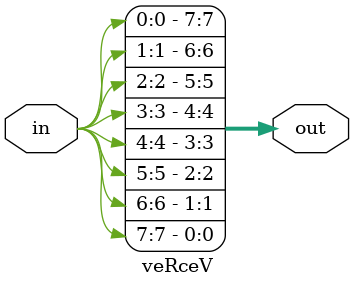
<source format=v>
module veRceV (
    input [7:0] in,
    output [7:0] out
);
    assign out = {in[0],in[1],in[2],in[3],in[4],in[5],in[6],in[7]};

    // for loop method
    /*
    reg [7:0] out_r;
    assign out = out_r;

    integer i;
    always @(*) begin
        for (i = 0; i < 8; i = i + 1) begin
            out_r[i] = in[7-i];
        end
    end
    */

    // genvar method
    /*
    generate
        genvar i;
        for (i = 0; i < 8; i = i + 1)
        begin: vec_reverse
            assign out[i] = in[7-i];
        end
    endgenerate
    */
endmodule
</source>
